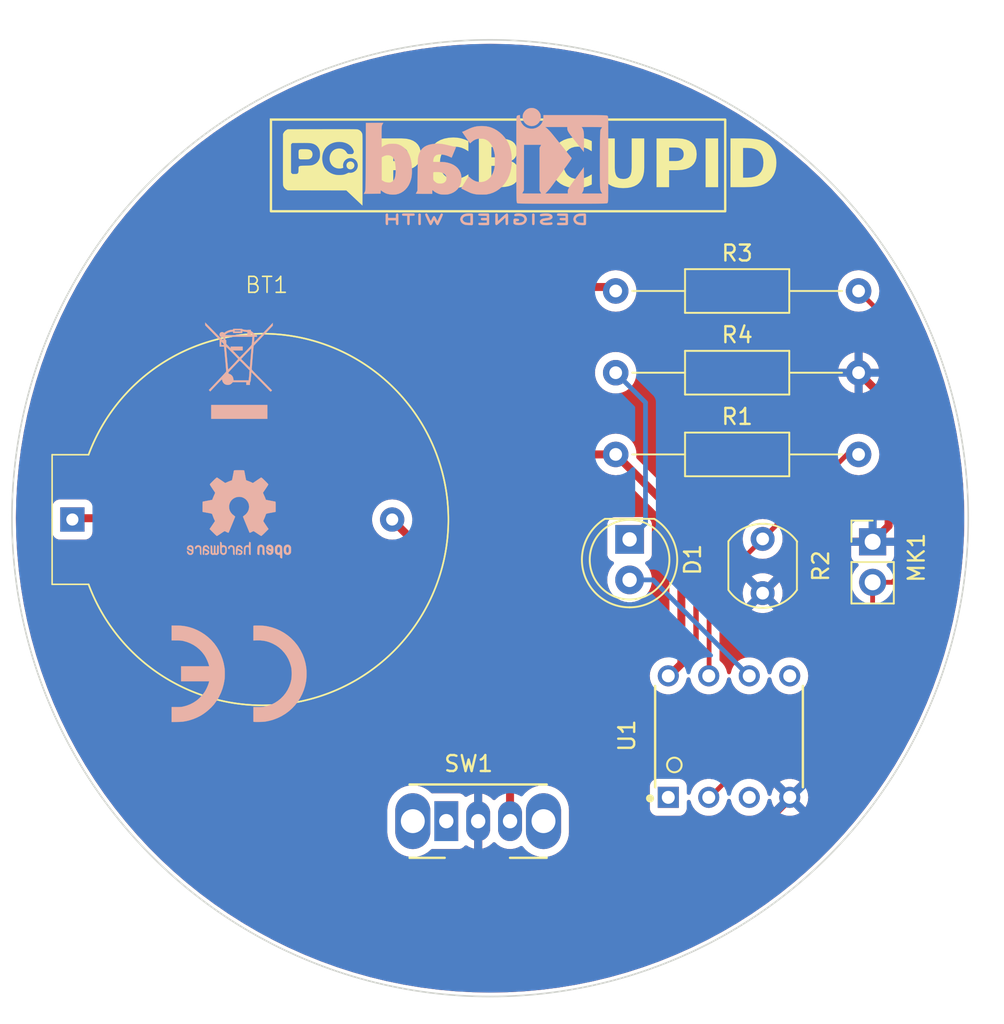
<source format=kicad_pcb>
(kicad_pcb (version 20221018) (generator pcbnew)
  (layers (0 "F.Cu" signal) (31 "B.Cu" signal) (34 "B.Paste" user) (35 "F.Paste" user) (36 "B.SilkS" user "B.Silkscreen") (37 "F.SilkS" user "F.Silkscreen") (38 "B.Mask" user) (39 "F.Mask" user) (44 "Edge.Cuts" user))
  (net 0 "")
  (net 1 "+3.3V")
  (net 2 "Net-(BT1--)")
  (net 3 "Net-(D1-K)")
  (net 4 "/LED")
  (net 5 "GND")
  (net 6 "/MIC")
  (net 7 "/LDR")
  (footprint "ATTINY85-20PU:DIP762W46P254L927H533Q8B" (layer "F.Cu") (at 148.4884 110.9472 90)
    (fp_text reference "U1" (at 0.05901 -6.40481 90) (layer "F.SilkS") (effects (font (size 1.000126 1.000126))))
    (fp_text value "ATtiny85V-10P")
    (pad "1" thru_hole rect (at -3.81 -3.81 90) (size 1.3208 1.3208) (drill 0.8128) (layers "*.Cu" "*.Mask"))
    (pad "2" thru_hole circle (at -3.81 -1.27 90) (size 1.3208 1.3208) (drill 0.8128) (layers "*.Cu" "*.Mask") (net 6 "/MIC"))
    (pad "3" thru_hole circle (at -3.81 1.27 90) (size 1.3208 1.3208) (drill 0.8128) (layers "*.Cu" "*.Mask"))
    (pad "4" thru_hole circle (at -3.81 3.81 90) (size 1.3208 1.3208) (drill 0.8128) (layers "*.Cu" "*.Mask") (net 5 "GND"))
    (pad "5" thru_hole circle (at 3.81 3.81 90) (size 1.3208 1.3208) (drill 0.8128) (layers "*.Cu" "*.Mask"))
    (pad "6" thru_hole circle (at 3.81 1.27 90) (size 1.3208 1.3208) (drill 0.8128) (layers "*.Cu" "*.Mask") (net 4 "/LED"))
    (pad "7" thru_hole circle (at 3.81 -1.27 90) (size 1.3208 1.3208) (drill 0.8128) (layers "*.Cu" "*.Mask") (net 7 "/LDR"))
    (pad "8" thru_hole circle (at 3.81 -3.81 90) (size 1.3208 1.3208) (drill 0.8128) (layers "*.Cu" "*.Mask") (net 1 "+3.3V"))
  )
  (footprint "Resistor_THT:R_Axial_DIN0207_L6.3mm_D2.5mm_P15.24mm_Horizontal" (layer "F.Cu") (at 141.38 83)
    (fp_text reference "R3" (at 7.62 -2.37) (layer "F.SilkS"))
    (fp_text value "5.6k")
    (pad "1" thru_hole circle (at 0 0) (size 1.6 1.6) (drill 0.8) (layers "*.Cu" "*.Mask") (net 1 "+3.3V"))
    (pad "2" thru_hole oval (at 15.24 0) (size 1.6 1.6) (drill 0.8) (layers "*.Cu" "*.Mask") (net 6 "/MIC"))
  )
  (footprint "LOGO" (layer "F.Cu") (at 123 75.25)
    (fp_text reference "G***" hide)
    (fp_text value "LOGO" hide)
  )
  (footprint "Connector_PinHeader_2.54mm:PinHeader_1x02_P2.54mm_Vertical" (layer "F.Cu") (at 157.5 98.73)
    (fp_text reference "MK1" (at 2.75 1 90) (layer "F.SilkS"))
    (fp_text value "Microphone_Condenser")
    (pad "1" thru_hole rect (at 0 0) (size 1.7 1.7) (drill 1) (layers "*.Cu" "*.Mask") (net 5 "GND"))
    (pad "2" thru_hole oval (at 0 2.54) (size 1.7 1.7) (drill 1) (layers "*.Cu" "*.Mask") (net 6 "/MIC"))
  )
  (footprint "Resistor_THT:R_Axial_DIN0207_L6.3mm_D2.5mm_P15.24mm_Horizontal" (layer "F.Cu") (at 141.38 88.125)
    (fp_text reference "R4" (at 7.62 -2.37) (layer "F.SilkS"))
    (fp_text value "470R")
    (pad "1" thru_hole circle (at 0 0) (size 1.6 1.6) (drill 0.8) (layers "*.Cu" "*.Mask") (net 3 "Net-(D1-K)"))
    (pad "2" thru_hole oval (at 15.24 0) (size 1.6 1.6) (drill 0.8) (layers "*.Cu" "*.Mask") (net 5 "GND"))
  )
  (footprint "OptoDevice:R_LDR_5.1x4.3mm_P3.4mm_Vertical" (layer "F.Cu") (at 150.6 98.55 -90)
    (fp_text reference "R2" (at 1.7 -3.65 90) (layer "F.SilkS"))
    (fp_text value "5mm LDR")
    (pad "1" thru_hole circle (at 0 0 270) (size 1.5 1.5) (drill 0.8) (layers "*.Cu" "*.Mask") (net 7 "/LDR"))
    (pad "2" thru_hole circle (at 3.4 0 270) (size 1.5 1.5) (drill 0.8) (layers "*.Cu" "*.Mask") (net 5 "GND"))
  )
  (footprint "LED_THT:LED_D5.0mm" (layer "F.Cu") (at 142.25 98.58 -90)
    (fp_text reference "D1" (at 1.27 -3.96 90) (layer "F.SilkS"))
    (fp_text value "5mm Yellow LED")
    (pad "1" thru_hole rect (at 0 0 270) (size 1.8 1.8) (drill 0.9) (layers "*.Cu" "*.Mask") (net 3 "Net-(D1-K)"))
    (pad "2" thru_hole circle (at 2.54 0 270) (size 1.8 1.8) (drill 0.9) (layers "*.Cu" "*.Mask") (net 4 "/LED"))
  )
  (footprint "CellHolder_THT:CellHolder_CR2032" (layer "F.Cu") (at 119.2276 97.3328)
    (fp_text reference "BT1" (at 0.254 -14.708 unlocked) (layer "F.SilkS") (effects (font (thickness 0.1))))
    (fp_text value "3.3V Cell")
    (pad "1" thru_hole rect (at -11.938 0) (size 1.524 1.524) (drill 0.762) (layers "*.Cu" "*.Mask") (net 1 "+3.3V"))
    (pad "2" thru_hole circle (at 8.128 0) (size 1.524 1.524) (drill 0.762) (layers "*.Cu" "*.Mask") (net 2 "Net-(BT1--)"))
  )
  (footprint "Resistor_THT:R_Axial_DIN0207_L6.3mm_D2.5mm_P15.24mm_Horizontal" (layer "F.Cu") (at 141.38 93.25)
    (fp_text reference "R1" (at 7.62 -2.37) (layer "F.SilkS"))
    (fp_text value "10k")
    (pad "1" thru_hole circle (at 0 0) (size 1.6 1.6) (drill 0.8) (layers "*.Cu" "*.Mask") (net 1 "+3.3V"))
    (pad "2" thru_hole oval (at 15.24 0) (size 1.6 1.6) (drill 0.8) (layers "*.Cu" "*.Mask") (net 7 "/LDR"))
  )
  (footprint "Button_Switch_THT:SW_CuK_OS102011MA1QN1_SPDT_Angled" (layer "F.Cu") (at 130.75 116.25)
    (fp_text reference "SW1" (at 1.4 -3.6) (layer "F.SilkS"))
    (fp_text value "SW_SPDT")
    (pad "" thru_hole oval (at -2.1 0) (size 2.2 3.5) (drill 1.5) (layers "*.Cu" "*.Mask"))
    (pad "" thru_hole oval (at 6.1 0) (size 2.2 3.5) (drill 1.5) (layers "*.Cu" "*.Mask"))
    (pad "1" thru_hole rect (at 0 0) (size 1.5 2.5) (drill 0.9) (layers "*.Cu" "*.Mask"))
    (pad "2" thru_hole oval (at 2 0) (size 1.5 2.5) (drill 0.9) (layers "*.Cu" "*.Mask") (net 5 "GND"))
    (pad "3" thru_hole oval (at 4 0) (size 1.5 2.5) (drill 0.9) (layers "*.Cu" "*.Mask") (net 2 "Net-(BT1--)"))
  )
  (footprint "Symbol:WEEE-Logo_4.2x6mm_SilkScreen" (layer "B.Cu") (at 117.75 88 180)
    (fp_text reference "REF**" hide)
    (fp_text value "WEEE-Logo_4.2x6mm_SilkScreen" hide)
  )
  (footprint "Symbol:KiCad-Logo2_6mm_SilkScreen" (layer "B.Cu") (at 133.25 74.5 180)
    (fp_text reference "REF**" hide)
    (fp_text value "KiCad-Logo2_6mm_SilkScreen" hide)
  )
  (footprint "Symbol:OSHW-Logo2_7.3x6mm_SilkScreen" (layer "B.Cu") (at 117.75 97 180)
    (fp_text reference "REF**" hide)
    (fp_text value "OSHW-Logo2_7.3x6mm_SilkScreen" hide)
  )
  (footprint "Symbol:CE-Logo_8.5x6mm_SilkScreen" (layer "B.Cu") (at 117.75 107 180)
    (fp_text reference "REF**" hide)
    (fp_text value "CE-Logo_8.5x6mm_SilkScreen" hide)
  )
  (gr_rect (start 119.75 72.25) (end 148.25 78) (stroke (width 0.15)) (fill none) (layer "F.SilkS"))
  (gr_circle locked (center 133.5 97.25) (end 163.5 97.25) (stroke (width 0.1)) (fill none) (layer "Edge.Cuts"))
  (gr_text "PCB CUPID" (at 126.25 77) (layer "F.SilkS") (effects (font (size 3 3) (thickness 0.6) bold) (justify left bottom)))
  (segment (start 138.75 93.25) (end 141.38 93.25) (width 0.5) (layer "F.Cu") (net 1))
  (segment (start 138.25 82.75) (end 137.25 83.75) (width 0.5) (layer "F.Cu") (net 1))
  (segment (start 112.8 93.25) (end 138.75 93.25) (width 0.5) (layer "F.Cu") (net 1))
  (segment (start 137.25 91.75) (end 138.75 93.25) (width 0.5) (layer "F.Cu") (net 1))
  (segment (start 141.38 82.75) (end 138.25 82.75) (width 0.5) (layer "F.Cu") (net 1))
  (segment (start 141.38 93.25) (end 145.5 97.37) (width 0.5) (layer "F.Cu") (net 1))
  (segment (start 145.5 97.37) (end 145.499999 106.380001) (width 0.5) (layer "F.Cu") (net 1))
  (segment (start 145.499999 106.380001) (end 144.7 107.18) (width 0.5) (layer "F.Cu") (net 1))
  (segment (start 137.25 91.75) (end 137.25 83.75) (width 0.5) (layer "F.Cu") (net 1))
  (segment (start 107.25 97.25) (end 108.8 97.25) (width 0.5) (layer "F.Cu") (net 1))
  (segment (start 108.8 97.25) (end 112.8 93.25) (width 0.5) (layer "F.Cu") (net 1))
  (segment (start 134.75 104.75) (end 134.75 116.25) (width 0.5) (layer "F.Cu") (net 2))
  (segment (start 127.25 97.25) (end 134.75 104.75) (width 0.5) (layer "F.Cu") (net 2))
  (segment (start 141.38 88.125) (end 143.25 89.995) (width 0.3) (layer "B.Cu") (net 3))
  (segment (start 143.25 97.58) (end 142.25 98.58) (width 0.3) (layer "B.Cu") (net 3))
  (segment (start 143.25 89.995) (end 143.25 97.58) (width 0.3) (layer "B.Cu") (net 3))
  (segment (start 143.72 101.12) (end 149.78 107.18) (width 0.3) (layer "B.Cu") (net 4))
  (segment (start 142.25 101.12) (end 143.72 101.12) (width 0.3) (layer "B.Cu") (net 4))
  (segment (start 158.5 97.73) (end 157.5 98.73) (width 0.5) (layer "F.Cu") (net 5))
  (segment (start 132.75 118.75) (end 132.75 116.25) (width 0.5) (layer "F.Cu") (net 5))
  (segment (start 152.32 114.8) (end 147.12 120) (width 0.5) (layer "F.Cu") (net 5))
  (segment (start 147.12 120) (end 134 120) (width 0.5) (layer "F.Cu") (net 5))
  (segment (start 158.5 90.005) (end 158.5 97.73) (width 0.5) (layer "F.Cu") (net 5))
  (segment (start 134 120) (end 132.75 118.75) (width 0.5) (layer "F.Cu") (net 5))
  (segment (start 156.62 88.125) (end 158.5 90.005) (width 0.5) (layer "F.Cu") (net 5))
  (segment (start 153.82 98.73) (end 157.5 98.73) (width 0.5) (layer "F.Cu") (net 5))
  (segment (start 150.6 101.95) (end 153.82 98.73) (width 0.5) (layer "F.Cu") (net 5))
  (segment (start 154.5 105.85) (end 154.5 112.62) (width 0.5) (layer "B.Cu") (net 5))
  (segment (start 150.6 101.95) (end 154.5 105.85) (width 0.5) (layer "B.Cu") (net 5))
  (segment (start 154.5 112.62) (end 152.32 114.8) (width 0.5) (layer "B.Cu") (net 5))
  (segment (start 150.79 111.25) (end 147.24 114.8) (width 0.3) (layer "F.Cu") (net 6))
  (segment (start 152.75 111.25) (end 150.79 111.25) (width 0.3) (layer "F.Cu") (net 6))
  (segment (start 157.5 106.5) (end 152.75 111.25) (width 0.3) (layer "F.Cu") (net 6))
  (segment (start 157.5 101.27) (end 158.73 101.27) (width 0.3) (layer "F.Cu") (net 6))
  (segment (start 157.5 101.27) (end 157.5 106.5) (width 0.3) (layer "F.Cu") (net 6))
  (segment (start 159.75 86.13) (end 156.62 83) (width 0.3) (layer "F.Cu") (net 6))
  (segment (start 159.75 100.25) (end 159.75 86.13) (width 0.3) (layer "F.Cu") (net 6))
  (segment (start 158.73 101.27) (end 159.75 100.25) (width 0.3) (layer "F.Cu") (net 6))
  (segment (start 155.9 93.25) (end 156.62 93.25) (width 0.3) (layer "F.Cu") (net 7))
  (segment (start 147.24 107.18) (end 147.24 101.91) (width 0.3) (layer "F.Cu") (net 7))
  (segment (start 147.24 101.91) (end 150.6 98.55) (width 0.3) (layer "F.Cu") (net 7))
  (segment (start 150.6 98.55) (end 155.9 93.25) (width 0.3) (layer "F.Cu") (net 7))
  (zone (net 5) (net_name "GND") (layers "F&B.Cu") (connect_pads (clearance 0.5)) (min_thickness 0.25) (fill yes (thermal_gap 0.5) (thermal_bridge_width 0.5))
    (polygon (pts (xy 110 75.5) (xy 121.75 67.5) (xy 142.25 64.75) (xy 158.25 77.5) (xy 165.75 95.75) (xy 161 113.5) (xy 148.75 125.5) (xy 129 129) (xy 114.25 122.75) (xy 102.75 107.75) (xy 103 87.25) (xy 108.5 77)))
  )
)
</source>
